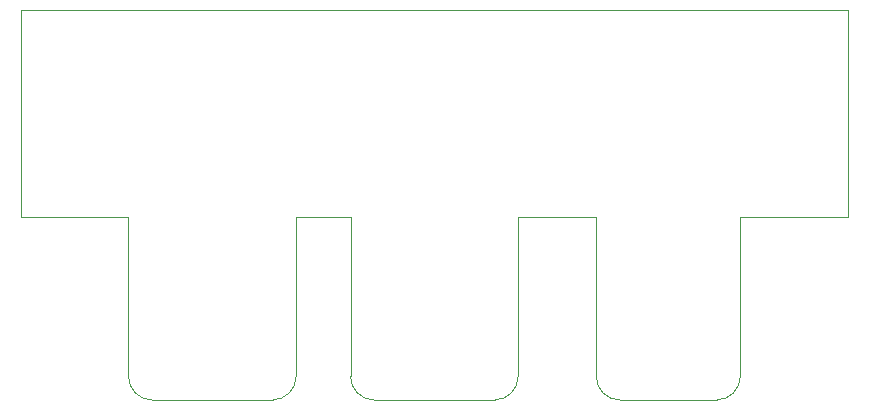
<source format=gbr>
G04 #@! TF.GenerationSoftware,KiCad,Pcbnew,(5.1.5)-3*
G04 #@! TF.CreationDate,2020-06-04T11:53:39+03:00*
G04 #@! TF.ProjectId,kelvin,6b656c76-696e-42e6-9b69-6361645f7063,rev?*
G04 #@! TF.SameCoordinates,Original*
G04 #@! TF.FileFunction,Profile,NP*
%FSLAX46Y46*%
G04 Gerber Fmt 4.6, Leading zero omitted, Abs format (unit mm)*
G04 Created by KiCad (PCBNEW (5.1.5)-3) date 2020-06-04 11:53:39*
%MOMM*%
%LPD*%
G04 APERTURE LIST*
%ADD10C,0.050000*%
G04 APERTURE END LIST*
D10*
X140700000Y-94500000D02*
X140700000Y-96000000D01*
X134100000Y-94500000D02*
X140700000Y-94500000D01*
X134100000Y-96000000D02*
X134100000Y-94500000D01*
X119900000Y-94500000D02*
X119900000Y-96000000D01*
X115300000Y-94500000D02*
X119900000Y-94500000D01*
X101100000Y-94500000D02*
X92000000Y-94500000D01*
X92000000Y-77000000D02*
X92000000Y-94500000D01*
X101100000Y-77000000D02*
X92000000Y-77000000D01*
X162000000Y-94500000D02*
X162000000Y-77000000D01*
X161000000Y-94500000D02*
X162000000Y-94500000D01*
X152900000Y-94500000D02*
X161000000Y-94500000D01*
X152900000Y-77000000D02*
X162000000Y-77000000D01*
X119900000Y-96000000D02*
X119900000Y-96000000D01*
X115300000Y-96000000D02*
X115300000Y-94500000D01*
X101100000Y-77000000D02*
X152900000Y-77000000D01*
X150900000Y-110000000D02*
X142700000Y-110000000D01*
X140700000Y-108000000D02*
X140700000Y-96000000D01*
X152900000Y-94500000D02*
X152900000Y-108000000D01*
X152900000Y-108000000D02*
G75*
G02X150900000Y-110000000I-2000000J0D01*
G01*
X142700000Y-110000000D02*
G75*
G02X140700000Y-108000000I0J2000000D01*
G01*
X121900000Y-110000000D02*
G75*
G02X119900000Y-108000000I0J2000000D01*
G01*
X119900000Y-108000000D02*
X119900000Y-96000000D01*
X134100000Y-108000000D02*
G75*
G02X132100000Y-110000000I-2000000J0D01*
G01*
X134100000Y-108000000D02*
X134100000Y-96000000D01*
X121900000Y-110000000D02*
X132100000Y-110000000D01*
X115300000Y-108000000D02*
X115300000Y-96000000D01*
X103100000Y-110000000D02*
X113300000Y-110000000D01*
X101100000Y-108000000D02*
X101100000Y-94500000D01*
X115300000Y-108000000D02*
G75*
G02X113300000Y-110000000I-2000000J0D01*
G01*
X103100000Y-110000000D02*
G75*
G02X101100000Y-108000000I0J2000000D01*
G01*
M02*

</source>
